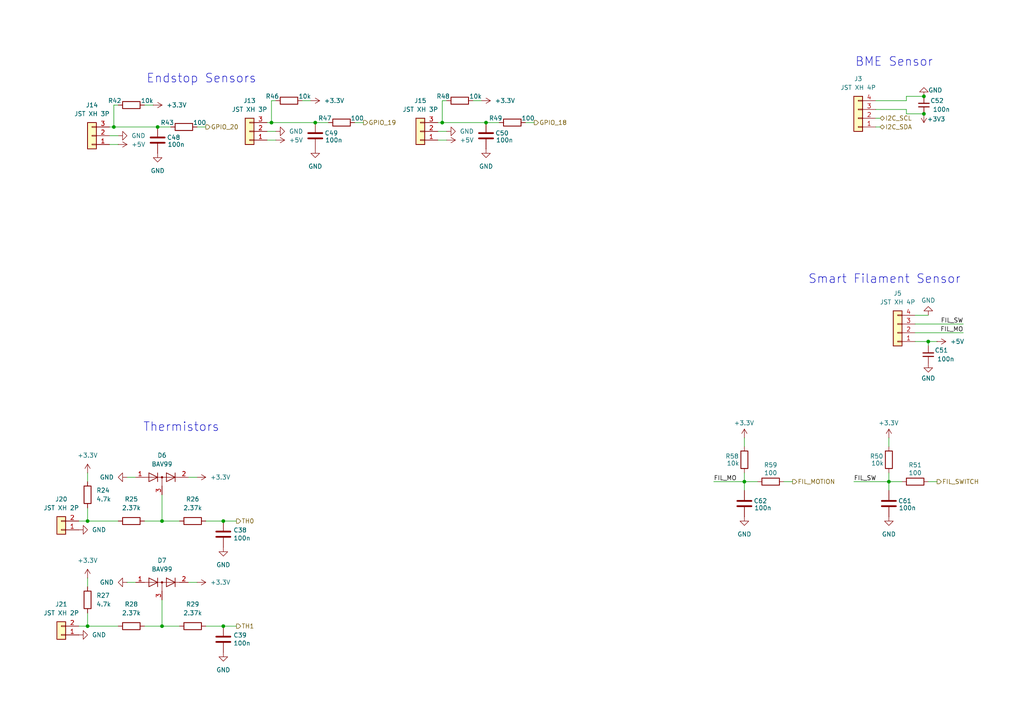
<source format=kicad_sch>
(kicad_sch (version 20250114) (generator "eeschema") (generator_version "9.0")
  (paper "A4")
  (lib_symbols
    (symbol "Connector_Generic:Conn_01x02" (pin_names (offset 1.016) (hide yes))
      (property "Reference" "J" (at 0 2.54 0))
      (property "Value" "Conn_01x02" (at 0 -5.08 0))
      (symbol "Conn_01x02_1_1"
        (rectangle (start -1.27 1.27) (end 1.27 -3.81) (stroke (width 0.254)) (fill (type background)))
        (rectangle (start -1.27 0.127) (end 0 -0.127) (stroke (width 0.1524)))
        (rectangle (start -1.27 -2.413) (end 0 -2.667) (stroke (width 0.1524)))
        (pin passive line (at -5.08 0 0) (length 3.81) (name "Pin_1") (number "1"))
        (pin passive line (at -5.08 -2.54 0) (length 3.81) (name "Pin_2") (number "2"))
      )
    )
    (symbol "Connector_Generic:Conn_01x03" (pin_names (offset 1.016) (hide yes))
      (property "Reference" "J" (at 0 5.08 0))
      (property "Value" "Conn_01x03" (at 0 -5.08 0))
      (symbol "Conn_01x03_1_1"
        (rectangle (start -1.27 3.81) (end 1.27 -3.81) (stroke (width 0.254)) (fill (type background)))
        (rectangle (start -1.27 2.667) (end 0 2.413) (stroke (width 0.1524)))
        (rectangle (start -1.27 0.127) (end 0 -0.127) (stroke (width 0.1524)))
        (rectangle (start -1.27 -2.413) (end 0 -2.667) (stroke (width 0.1524)))
        (pin passive line (at -5.08 2.54 0) (length 3.81) (name "Pin_1") (number "1"))
        (pin passive line (at -5.08 0 0) (length 3.81) (name "Pin_2") (number "2"))
        (pin passive line (at -5.08 -2.54 0) (length 3.81) (name "Pin_3") (number "3"))
      )
    )
    (symbol "Connector_Generic:Conn_01x04" (pin_names (offset 1.016) (hide yes))
      (property "Reference" "J" (at 0 5.08 0))
      (property "Value" "Conn_01x04" (at 0 -7.62 0))
      (symbol "Conn_01x04_1_1"
        (rectangle (start -1.27 3.81) (end 1.27 -6.35) (stroke (width 0.254)) (fill (type background)))
        (rectangle (start -1.27 2.667) (end 0 2.413) (stroke (width 0.1524)))
        (rectangle (start -1.27 0.127) (end 0 -0.127) (stroke (width 0.1524)))
        (rectangle (start -1.27 -2.413) (end 0 -2.667) (stroke (width 0.1524)))
        (rectangle (start -1.27 -4.953) (end 0 -5.207) (stroke (width 0.1524)))
        (pin passive line (at -5.08 2.54 0) (length 3.81) (name "Pin_1") (number "1"))
        (pin passive line (at -5.08 0 0) (length 3.81) (name "Pin_2") (number "2"))
        (pin passive line (at -5.08 -2.54 0) (length 3.81) (name "Pin_3") (number "3"))
        (pin passive line (at -5.08 -5.08 0) (length 3.81) (name "Pin_4") (number "4"))
      )
    )
    (symbol "Device:C" (pin_numbers (hide yes)) (pin_names (offset 0.254))
      (property "Reference" "C" (at 0.635 2.54 0))
      (property "Value" "C" (at 0.635 -2.54 0))
      (symbol "C_0_1"
        (polyline (pts (xy -2.032 0.762) (xy 2.032 0.762)) (stroke (width 0.508)))
        (polyline (pts (xy -2.032 -0.762) (xy 2.032 -0.762)) (stroke (width 0.508)))
      )
      (symbol "C_1_1"
        (pin passive line (at 0 3.81 270) (length 2.794) (name "~") (number "1"))
        (pin passive line (at 0 -3.81 90) (length 2.794) (name "~") (number "2"))
      )
    )
    (symbol "Device:C_Small" (pin_numbers (hide yes)) (pin_names (offset 0.254) (hide yes))
      (property "Reference" "C" (at 0.254 1.778 0))
      (property "Value" "C_Small" (at 0.254 -2.032 0))
      (symbol "C_Small_0_1"
        (polyline (pts (xy -1.524 0.508) (xy 1.524 0.508)) (stroke (width 0.3048)))
        (polyline (pts (xy -1.524 -0.508) (xy 1.524 -0.508)) (stroke (width 0.3302)))
      )
      (symbol "C_Small_1_1"
        (pin passive line (at 0 2.54 270) (length 2.032) (name "~") (number "1"))
        (pin passive line (at 0 -2.54 90) (length 2.032) (name "~") (number "2"))
      )
    )
    (symbol "Device:R" (pin_numbers (hide yes)) (pin_names (offset 0))
      (property "Reference" "R" (at 2.032 0 90))
      (property "Value" "R" (at 0 0 90))
      (symbol "R_0_1"
        (rectangle (start -1.016 -2.54) (end 1.016 2.54) (stroke (width 0.254)))
      )
      (symbol "R_1_1"
        (pin passive line (at 0 3.81 270) (length 1.27) (name "~") (number "1"))
        (pin passive line (at 0 -3.81 90) (length 1.27) (name "~") (number "2"))
      )
    )
    (symbol "Diode:BAV99" (pin_names (hide yes))
      (property "Reference" "D" (at 0 5.08 0))
      (property "Value" "BAV99" (at 0 2.54 0))
      (symbol "BAV99_0_1"
        (polyline (pts (xy -5.08 0) (xy 5.08 0)))
      )
      (symbol "BAV99_1_1"
        (polyline (pts (xy -3.81 1.27) (xy -1.27 0) (xy -3.81 -1.27) (xy -3.81 1.27) (xy -3.81 1.27) (xy -3.81 1.27)) (stroke (width 0.2032)))
        (polyline (pts (xy -1.27 -1.27) (xy -1.27 1.27) (xy -1.27 1.27)) (stroke (width 0.2032)))
        (polyline (pts (xy 0 0) (xy 0 -2.54)))
        (circle (center 0 0) (radius 0.254) (fill (type outline)))
        (polyline (pts (xy 1.27 1.27) (xy 3.81 0) (xy 1.27 -1.27) (xy 1.27 1.27) (xy 1.27 1.27) (xy 1.27 1.27)) (stroke (width 0.2032)))
        (polyline (pts (xy 3.81 1.27) (xy 3.81 -1.27) (xy 3.81 -1.27)) (stroke (width 0.2032)))
        (pin passive line (at -7.62 0 0) (length 2.54) (name "K") (number "1"))
        (pin passive line (at 0 -5.08 90) (length 2.54) (name "K") (number "3"))
        (pin passive line (at 7.62 0 180) (length 2.54) (name "A") (number "2"))
      )
    )
    (symbol "power:+3.3V" (power) (pin_numbers (hide yes)) (pin_names (offset 0) (hide yes))
      (property "Value" "+3.3V" (at 0 3.556 0))
      (symbol "+3.3V_0_1"
        (polyline (pts (xy -0.762 1.27) (xy 0 2.54)))
        (polyline (pts (xy 0 2.54) (xy 0.762 1.27)))
        (polyline (pts (xy 0 0) (xy 0 2.54)))
      )
      (symbol "+3.3V_1_1"
        (pin power_in line (at 0 0 90) (length 0) (name "~") (number "1"))
      )
    )
    (symbol "power:+3V3" (power) (pin_numbers (hide yes)) (pin_names (offset 0) (hide yes))
      (property "Value" "+3V3" (at 0 3.556 0))
      (symbol "+3V3_0_1"
        (polyline (pts (xy -0.762 1.27) (xy 0 2.54)))
        (polyline (pts (xy 0 2.54) (xy 0.762 1.27)))
        (polyline (pts (xy 0 0) (xy 0 2.54)))
      )
      (symbol "+3V3_1_1"
        (pin power_in line (at 0 0 90) (length 0) (name "~") (number "1"))
      )
    )
    (symbol "power:+5V" (power) (pin_numbers (hide yes)) (pin_names (offset 0) (hide yes))
      (property "Value" "+5V" (at 0 3.556 0))
      (symbol "+5V_0_1"
        (polyline (pts (xy -0.762 1.27) (xy 0 2.54)))
        (polyline (pts (xy 0 2.54) (xy 0.762 1.27)))
        (polyline (pts (xy 0 0) (xy 0 2.54)))
      )
      (symbol "+5V_1_1"
        (pin power_in line (at 0 0 90) (length 0) (name "~") (number "1"))
      )
    )
    (symbol "power:GND" (power) (pin_numbers (hide yes)) (pin_names (offset 0) (hide yes))
      (property "Value" "GND" (at 0 -3.81 0))
      (symbol "GND_0_1"
        (polyline (pts (xy 0 0) (xy 0 -1.27) (xy 1.27 -1.27) (xy 0 -2.54) (xy -1.27 -1.27) (xy 0 -1.27)))
      )
      (symbol "GND_1_1"
        (pin power_in line (at 0 0 270) (length 0) (name "~") (number "1"))
      )
    )
  )
  (text "Thermistors\n" (at 52.578 123.952 0) (effects (font (size 2.54 2.54))))
  (text "Endstop Sensors" (at 58.42 22.86 0) (effects (font (size 2.54 2.54))))
  (text "BME Sensor" (at 259.334 18.034 0) (effects (font (size 2.54 2.54))))
  (text "Smart Filament Sensor" (at 256.54 81.026 0) (effects (font (size 2.54 2.54))))
  (junction (at 46.99 181.61))
  (junction (at 25.4 151.13))
  (junction (at 25.4 181.61))
  (junction (at 78.74 35.56))
  (junction (at 140.97 35.56))
  (junction (at 64.77 181.61))
  (junction (at 128.27 35.56))
  (junction (at 269.24 99.06))
  (junction (at 267.97 27.94))
  (junction (at 257.81 139.7))
  (junction (at 91.44 35.56))
  (junction (at 215.9 139.7))
  (junction (at 45.72 36.83))
  (junction (at 46.99 151.13))
  (junction (at 64.77 151.13))
  (junction (at 267.97 33.02))
  (junction (at 33.02 36.83))
  (wire (pts (xy 25.4 177.8) (xy 25.4 181.61)))
  (wire (pts (xy 57.15 36.83) (xy 59.69 36.83)))
  (wire (pts (xy 140.97 35.56) (xy 144.78 35.56)))
  (wire (pts (xy 139.7 29.21) (xy 137.16 29.21)))
  (wire (pts (xy 265.43 99.06) (xy 269.24 99.06)))
  (wire (pts (xy 25.4 137.16) (xy 25.4 139.7)))
  (wire (pts (xy 33.02 30.48) (xy 33.02 36.83)))
  (wire (pts (xy 64.77 181.61) (xy 68.58 181.61)))
  (wire (pts (xy 215.9 139.7) (xy 219.71 139.7)))
  (wire (pts (xy 262.89 29.21) (xy 254 29.21)))
  (wire (pts (xy 45.72 36.83) (xy 49.53 36.83)))
  (wire (pts (xy 64.77 151.13) (xy 68.58 151.13)))
  (wire (pts (xy 257.81 139.7) (xy 257.81 142.24)))
  (wire (pts (xy 128.27 29.21) (xy 128.27 35.56)))
  (wire (pts (xy 265.43 93.98) (xy 279.4 93.98)))
  (wire (pts (xy 54.61 168.91) (xy 57.15 168.91)))
  (wire (pts (xy 31.75 39.37) (xy 34.29 39.37)))
  (wire (pts (xy 22.86 151.13) (xy 25.4 151.13)))
  (wire (pts (xy 269.24 99.06) (xy 269.24 100.33)))
  (wire (pts (xy 227.33 139.7) (xy 229.87 139.7)))
  (wire (pts (xy 129.54 29.21) (xy 128.27 29.21)))
  (wire (pts (xy 25.4 151.13) (xy 34.29 151.13)))
  (wire (pts (xy 31.75 36.83) (xy 33.02 36.83)))
  (wire (pts (xy 257.81 137.16) (xy 257.81 139.7)))
  (wire (pts (xy 127 38.1) (xy 129.54 38.1)))
  (wire (pts (xy 215.9 139.7) (xy 215.9 142.24)))
  (wire (pts (xy 80.01 29.21) (xy 78.74 29.21)))
  (wire (pts (xy 46.99 181.61) (xy 52.07 181.61)))
  (wire (pts (xy 90.17 29.21) (xy 87.63 29.21)))
  (wire (pts (xy 262.89 33.02) (xy 267.97 33.02)))
  (wire (pts (xy 41.91 151.13) (xy 46.99 151.13)))
  (wire (pts (xy 77.47 40.64) (xy 80.01 40.64)))
  (wire (pts (xy 152.4 35.56) (xy 154.94 35.56)))
  (wire (pts (xy 267.97 27.94) (xy 262.89 27.94)))
  (wire (pts (xy 46.99 181.61) (xy 46.99 173.99)))
  (wire (pts (xy 269.24 139.7) (xy 271.78 139.7)))
  (wire (pts (xy 215.9 137.16) (xy 215.9 139.7)))
  (wire (pts (xy 127 40.64) (xy 129.54 40.64)))
  (wire (pts (xy 36.83 168.91) (xy 39.37 168.91)))
  (wire (pts (xy 46.99 151.13) (xy 46.99 143.51)))
  (wire (pts (xy 77.47 38.1) (xy 80.01 38.1)))
  (wire (pts (xy 59.69 181.61) (xy 64.77 181.61)))
  (wire (pts (xy 254 31.75) (xy 262.89 31.75)))
  (wire (pts (xy 127 35.56) (xy 128.27 35.56)))
  (wire (pts (xy 59.69 151.13) (xy 64.77 151.13)))
  (wire (pts (xy 41.91 181.61) (xy 46.99 181.61)))
  (wire (pts (xy 262.89 27.94) (xy 262.89 29.21)))
  (wire (pts (xy 207.01 139.7) (xy 215.9 139.7)))
  (wire (pts (xy 25.4 181.61) (xy 34.29 181.61)))
  (wire (pts (xy 91.44 35.56) (xy 95.25 35.56)))
  (wire (pts (xy 34.29 30.48) (xy 33.02 30.48)))
  (wire (pts (xy 36.83 138.43) (xy 39.37 138.43)))
  (wire (pts (xy 102.87 35.56) (xy 105.41 35.56)))
  (wire (pts (xy 265.43 91.44) (xy 269.24 91.44)))
  (wire (pts (xy 54.61 138.43) (xy 57.15 138.43)))
  (wire (pts (xy 25.4 167.64) (xy 25.4 170.18)))
  (wire (pts (xy 254 34.29) (xy 255.27 34.29)))
  (wire (pts (xy 33.02 36.83) (xy 45.72 36.83)))
  (wire (pts (xy 257.81 139.7) (xy 261.62 139.7)))
  (wire (pts (xy 44.45 30.48) (xy 41.91 30.48)))
  (wire (pts (xy 77.47 35.56) (xy 78.74 35.56)))
  (wire (pts (xy 265.43 96.52) (xy 279.4 96.52)))
  (wire (pts (xy 269.24 99.06) (xy 271.78 99.06)))
  (wire (pts (xy 78.74 35.56) (xy 91.44 35.56)))
  (wire (pts (xy 25.4 147.32) (xy 25.4 151.13)))
  (wire (pts (xy 247.65 139.7) (xy 257.81 139.7)))
  (wire (pts (xy 128.27 35.56) (xy 140.97 35.56)))
  (wire (pts (xy 31.75 41.91) (xy 34.29 41.91)))
  (wire (pts (xy 22.86 181.61) (xy 25.4 181.61)))
  (wire (pts (xy 78.74 29.21) (xy 78.74 35.56)))
  (wire (pts (xy 254 36.83) (xy 255.27 36.83)))
  (wire (pts (xy 46.99 151.13) (xy 52.07 151.13)))
  (wire (pts (xy 262.89 31.75) (xy 262.89 33.02)))
  (wire (pts (xy 215.9 127) (xy 215.9 129.54)))
  (wire (pts (xy 257.81 127) (xy 257.81 129.54)))
  (label "FIL_SW" (at 279.4 93.98 180))
  (label "FIL_MO" (at 207.01 139.7 0))
  (label "FIL_SW" (at 247.65 139.7 0))
  (label "FIL_MO" (at 279.4 96.52 180))
  (hierarchical_label "GPIO_20" (shape output) (at 59.69 36.83 0))
  (hierarchical_label "TH0" (shape output) (at 68.58 151.13 0))
  (hierarchical_label "FIL_MOTION" (shape output) (at 229.87 139.7 0))
  (hierarchical_label "FIL_SWITCH" (shape output) (at 271.78 139.7 0))
  (hierarchical_label "GPIO_18" (shape output) (at 154.94 35.56 0))
  (hierarchical_label "TH1" (shape output) (at 68.58 181.61 0))
  (hierarchical_label "GPIO_19" (shape output) (at 105.41 35.56 0))
  (hierarchical_label "I2C_SDA" (shape bidirectional) (at 255.27 36.83 0))
  (hierarchical_label "I2C_SCL" (shape bidirectional) (at 255.27 34.29 0))
  (symbol (lib_id "power:+3.3V") (at 257.81 127 0) (unit 1)
    (property "Reference" "#PWR0127" (effects (hide yes)))
    (property "Value" "+3.3V" (at 254.762 122.682 0) (effects (justify left)))
    (property "Description" "Power symbol creates a global label with name \"+3.3V\"" (effects (hide yes)))
  )
  (symbol (lib_id "power:+5V") (at 80.01 40.64 270) (unit 1)
    (property "Reference" "#PWR0117" (effects (hide yes)))
    (property "Value" "+5V" (at 83.82 40.6399 90) (effects (justify left)))
    (property "Description" "Power symbol creates a global label with name \"+5V\"" (effects (hide yes)))
  )
  (symbol (lib_id "Device:C") (at 91.44 39.37 180) (unit 1)
    (property "Reference" "C49" (at 98.044 38.608 0) (effects (justify left)))
    (property "Value" "100n" (at 99.314 40.64 0) (effects (justify left)))
    (property "Footprint" "Capacitor_SMD:C_0402_1005Metric" (effects (hide yes)))
  )
  (symbol (lib_id "Device:C") (at 215.9 146.05 180) (unit 1)
    (property "Reference" "C62" (at 222.504 145.288 0) (effects (justify left)))
    (property "Value" "100n" (at 223.774 147.32 0) (effects (justify left)))
    (property "Footprint" "Capacitor_SMD:C_0402_1005Metric" (effects (hide yes)))
  )
  (symbol (lib_id "Device:R") (at 265.43 139.7 270) (unit 1)
    (property "Reference" "R51" (at 265.43 134.874 90))
    (property "Value" "100" (at 265.43 137.16 90))
    (property "Footprint" "Resistor_SMD:R_0402_1005Metric" (effects (hide yes)))
    (property "Description" "Resistor" (effects (hide yes)))
  )
  (symbol (lib_id "Device:R") (at 133.35 29.21 270) (unit 1)
    (property "Reference" "R48" (at 128.524 27.94 90))
    (property "Value" "10k" (at 137.922 27.94 90))
    (property "Footprint" "Resistor_SMD:R_0402_1005Metric" (effects (hide yes)))
    (property "Description" "Resistor" (effects (hide yes)))
  )
  (symbol (lib_id "power:+3.3V") (at 90.17 29.21 270) (unit 1)
    (property "Reference" "#PWR0118" (effects (hide yes)))
    (property "Value" "+3.3V" (at 93.98 29.2099 90) (effects (justify left)))
    (property "Description" "Power symbol creates a global label with name \"+3.3V\"" (effects (hide yes)))
  )
  (symbol (lib_id "Device:R") (at 223.52 139.7 270) (unit 1)
    (property "Reference" "R59" (at 223.52 134.874 90))
    (property "Value" "100" (at 223.52 137.16 90))
    (property "Footprint" "Resistor_SMD:R_0402_1005Metric" (effects (hide yes)))
    (property "Description" "Resistor" (effects (hide yes)))
  )
  (symbol (lib_id "Device:C") (at 257.81 146.05 180) (unit 1)
    (property "Reference" "C61" (at 264.414 145.288 0) (effects (justify left)))
    (property "Value" "100n" (at 265.684 147.32 0) (effects (justify left)))
    (property "Footprint" "Capacitor_SMD:C_0402_1005Metric" (effects (hide yes)))
  )
  (symbol (lib_id "Connector_Generic:Conn_01x04") (at 260.35 96.52 180) (unit 1)
    (property "Reference" "J5" (at 260.35 85.09 0))
    (property "Value" "JST XH 4P" (at 260.35 87.63 0))
    (property "Footprint" "Connector_JST:JST_XH_S4B-XH-A_1x04_P2.50mm_Horizontal" (effects (hide yes)))
    (property "Description" "Generic connector, single row, 01x04, script generated (kicad-library-utils/schlib/autogen/connector/)" (effects (hide yes)))
  )
  (symbol (lib_id "Connector_Generic:Conn_01x03") (at 121.92 38.1 180) (unit 1)
    (property "Reference" "J15" (at 121.92 29.21 0))
    (property "Value" "JST XH 3P" (at 121.92 31.75 0))
    (property "Footprint" "Connector_JST:JST_XH_S3B-XH-A_1x03_P2.50mm_Horizontal" (effects (hide yes)))
    (property "Description" "Generic connector, single row, 01x03, script generated (kicad-library-utils/schlib/autogen/connector/)" (effects (hide yes)))
  )
  (symbol (lib_id "power:GND") (at 269.24 91.44 180) (unit 1)
    (property "Reference" "#PWR0124" (effects (hide yes)))
    (property "Value" "GND" (at 269.24 87.122 0))
    (property "Description" "Power symbol creates a global label with name \"GND\" , ground" (effects (hide yes)))
  )
  (symbol (lib_id "power:GND") (at 80.01 38.1 90) (unit 1)
    (property "Reference" "#PWR0116" (effects (hide yes)))
    (property "Value" "GND" (at 83.82 38.0999 90) (effects (justify right)))
    (property "Description" "Power symbol creates a global label with name \"GND\" , ground" (effects (hide yes)))
  )
  (symbol (lib_id "Device:R") (at 99.06 35.56 270) (unit 1)
    (property "Reference" "R47" (at 94.234 34.29 90))
    (property "Value" "100" (at 103.632 34.29 90))
    (property "Footprint" "Resistor_SMD:R_0402_1005Metric" (effects (hide yes)))
    (property "Description" "Resistor" (effects (hide yes)))
  )
  (symbol (lib_id "power:+3.3V") (at 215.9 127 0) (unit 1)
    (property "Reference" "#PWR0157" (effects (hide yes)))
    (property "Value" "+3.3V" (at 212.852 122.682 0) (effects (justify left)))
    (property "Description" "Power symbol creates a global label with name \"+3.3V\"" (effects (hide yes)))
  )
  (symbol (lib_id "power:+3.3V") (at 139.7 29.21 270) (unit 1)
    (property "Reference" "#PWR0122" (effects (hide yes)))
    (property "Value" "+3.3V" (at 143.51 29.2099 90) (effects (justify left)))
    (property "Description" "Power symbol creates a global label with name \"+3.3V\"" (effects (hide yes)))
  )
  (symbol (lib_id "Device:R") (at 38.1 181.61 90) (unit 1)
    (property "Reference" "R28" (at 38.1 175.26 90))
    (property "Value" "2.37k" (at 38.1 177.8 90))
    (property "Footprint" "Resistor_SMD:R_0402_1005Metric" (effects (hide yes)))
    (property "Description" "Resistor" (effects (hide yes)))
  )
  (symbol (lib_id "Connector_Generic:Conn_01x02") (at 17.78 153.67 180) (unit 1)
    (property "Reference" "J20" (at 17.78 144.78 0))
    (property "Value" "JST XH 2P" (at 17.78 147.32 0))
    (property "Footprint" "Connector_JST:JST_XH_S2B-XH-A_1x02_P2.50mm_Horizontal" (effects (hide yes)))
    (property "Description" "Generic connector, single row, 01x02, script generated (kicad-library-utils/schlib/autogen/connector/)" (effects (hide yes)))
  )
  (symbol (lib_id "Device:R") (at 55.88 151.13 90) (unit 1)
    (property "Reference" "R26" (at 55.88 144.78 90))
    (property "Value" "2.37k" (at 55.88 147.32 90))
    (property "Footprint" "Resistor_SMD:R_0402_1005Metric" (effects (hide yes)))
    (property "Description" "Resistor" (effects (hide yes)))
  )
  (symbol (lib_id "power:+3.3V") (at 57.15 168.91 270) (unit 1)
    (property "Reference" "#PWR067" (effects (hide yes)))
    (property "Value" "+3.3V" (at 60.96 168.9099 90) (effects (justify left)))
    (property "Description" "Power symbol creates a global label with name \"+3.3V\"" (effects (hide yes)))
  )
  (symbol (lib_id "Device:R") (at 55.88 181.61 90) (unit 1)
    (property "Reference" "R29" (at 55.88 175.26 90))
    (property "Value" "2.37k" (at 55.88 177.8 90))
    (property "Footprint" "Resistor_SMD:R_0402_1005Metric" (effects (hide yes)))
    (property "Description" "Resistor" (effects (hide yes)))
  )
  (symbol (lib_id "Connector_Generic:Conn_01x02") (at 17.78 184.15 180) (unit 1)
    (property "Reference" "J21" (at 17.78 175.26 0))
    (property "Value" "JST XH 2P" (at 17.78 177.8 0))
    (property "Footprint" "Connector_JST:JST_XH_S2B-XH-A_1x02_P2.50mm_Horizontal" (effects (hide yes)))
    (property "Description" "Generic connector, single row, 01x02, script generated (kicad-library-utils/schlib/autogen/connector/)" (effects (hide yes)))
  )
  (symbol (lib_id "Diode:BAV99") (at 46.99 138.43 0) (unit 1)
    (property "Reference" "D6" (at 46.99 132.08 0))
    (property "Value" "BAV99" (at 46.99 134.62 0))
    (property "Footprint" "Package_TO_SOT_SMD:SOT-23" (effects (hide yes)))
    (property "Datasheet" "https://assets.nexperia.com/documents/data-sheet/BAV99_SER.pdf" (effects (hide yes)))
    (property "Description" "BAV99 High-speed switching diodes, SOT-23" (effects (hide yes)))
  )
  (symbol (lib_id "power:+5V") (at 271.78 99.06 270) (unit 1)
    (property "Reference" "#PWR0126" (effects (hide yes)))
    (property "Value" "+5V" (at 275.59 99.0599 90) (effects (justify left)))
    (property "Description" "Power symbol creates a global label with name \"+5V\"" (effects (hide yes)))
  )
  (symbol (lib_id "power:GND") (at 34.29 39.37 90) (unit 1)
    (property "Reference" "#PWR0113" (effects (hide yes)))
    (property "Value" "GND" (at 38.1 39.3699 90) (effects (justify right)))
    (property "Description" "Power symbol creates a global label with name \"GND\" , ground" (effects (hide yes)))
  )
  (symbol (lib_id "power:+3.3V") (at 25.4 167.64 0) (unit 1)
    (property "Reference" "#PWR065" (effects (hide yes)))
    (property "Value" "+3.3V" (at 25.4 162.56 0))
    (property "Description" "Power symbol creates a global label with name \"+3.3V\"" (effects (hide yes)))
  )
  (symbol (lib_id "Connector_Generic:Conn_01x04") (at 248.92 34.29 180) (unit 1)
    (property "Reference" "J3" (at 248.92 22.86 0))
    (property "Value" "JST XH 4P" (at 248.92 25.4 0))
    (property "Footprint" "Connector_JST:JST_XH_S4B-XH-A_1x04_P2.50mm_Horizontal" (effects (hide yes)))
    (property "Description" "Generic connector, single row, 01x04, script generated (kicad-library-utils/schlib/autogen/connector/)" (effects (hide yes)))
  )
  (symbol (lib_id "Device:C") (at 45.72 40.64 180) (unit 1)
    (property "Reference" "C48" (at 52.324 39.878 0) (effects (justify left)))
    (property "Value" "100n" (at 53.594 41.91 0) (effects (justify left)))
    (property "Footprint" "Capacitor_SMD:C_0402_1005Metric" (effects (hide yes)))
  )
  (symbol (lib_id "power:+3V3") (at 267.97 33.02 180) (unit 1)
    (property "Reference" "#PWR0129" (effects (hide yes)))
    (property "Value" "+3V3" (at 271.526 34.544 0))
    (property "Description" "Power symbol creates a global label with name \"+3V3\"" (effects (hide yes)))
  )
  (symbol (lib_id "Device:R") (at 148.59 35.56 270) (unit 1)
    (property "Reference" "R49" (at 143.764 34.29 90))
    (property "Value" "100" (at 153.162 34.29 90))
    (property "Footprint" "Resistor_SMD:R_0402_1005Metric" (effects (hide yes)))
    (property "Description" "Resistor" (effects (hide yes)))
  )
  (symbol (lib_id "Device:R") (at 38.1 30.48 270) (unit 1)
    (property "Reference" "R42" (at 33.274 29.21 90))
    (property "Value" "10k" (at 42.672 29.21 90))
    (property "Footprint" "Resistor_SMD:R_0402_1005Metric" (effects (hide yes)))
    (property "Description" "Resistor" (effects (hide yes)))
  )
  (symbol (lib_id "Device:C_Small") (at 269.24 102.87 180) (unit 1)
    (property "Reference" "C51" (at 273.05 101.6 0))
    (property "Value" "100n" (at 274.32 104.14 0))
    (property "Footprint" "Capacitor_SMD:C_0402_1005Metric" (effects (hide yes)))
    (property "Description" "Unpolarized capacitor, small symbol" (effects (hide yes)))
  )
  (symbol (lib_id "power:GND") (at 215.9 149.86 0) (unit 1)
    (property "Reference" "#PWR0158" (effects (hide yes)))
    (property "Value" "GND" (at 215.9 154.94 0))
    (property "Description" "Power symbol creates a global label with name \"GND\" , ground" (effects (hide yes)))
  )
  (symbol (lib_id "Connector_Generic:Conn_01x03") (at 26.67 39.37 180) (unit 1)
    (property "Reference" "J14" (at 26.67 30.48 0))
    (property "Value" "JST XH 3P" (at 26.67 33.02 0))
    (property "Footprint" "Connector_JST:JST_XH_S3B-XH-A_1x03_P2.50mm_Horizontal" (effects (hide yes)))
    (property "Description" "Generic connector, single row, 01x03, script generated (kicad-library-utils/schlib/autogen/connector/)" (effects (hide yes)))
  )
  (symbol (lib_id "Device:C_Small") (at 267.97 30.48 180) (unit 1)
    (property "Reference" "C52" (at 271.78 29.21 0))
    (property "Value" "100n" (at 273.05 31.75 0))
    (property "Footprint" "Capacitor_SMD:C_0402_1005Metric" (effects (hide yes)))
    (property "Description" "Unpolarized capacitor, small symbol" (effects (hide yes)))
  )
  (symbol (lib_id "power:+3.3V") (at 44.45 30.48 270) (unit 1)
    (property "Reference" "#PWR0114" (effects (hide yes)))
    (property "Value" "+3.3V" (at 48.26 30.4799 90) (effects (justify left)))
    (property "Description" "Power symbol creates a global label with name \"+3.3V\"" (effects (hide yes)))
  )
  (symbol (lib_id "Device:C") (at 140.97 39.37 180) (unit 1)
    (property "Reference" "C50" (at 147.574 38.608 0) (effects (justify left)))
    (property "Value" "100n" (at 148.844 40.64 0) (effects (justify left)))
    (property "Footprint" "Capacitor_SMD:C_0402_1005Metric" (effects (hide yes)))
  )
  (symbol (lib_id "power:+5V") (at 129.54 40.64 270) (unit 1)
    (property "Reference" "#PWR0121" (effects (hide yes)))
    (property "Value" "+5V" (at 133.35 40.6399 90) (effects (justify left)))
    (property "Description" "Power symbol creates a global label with name \"+5V\"" (effects (hide yes)))
  )
  (symbol (lib_id "power:GND") (at 22.86 184.15 90) (unit 1)
    (property "Reference" "#PWR064" (effects (hide yes)))
    (property "Value" "GND" (at 26.67 184.1499 90) (effects (justify right)))
    (property "Description" "Power symbol creates a global label with name \"GND\" , ground" (effects (hide yes)))
  )
  (symbol (lib_id "Device:C") (at 64.77 185.42 0) (unit 1)
    (property "Reference" "C39" (at 67.691 184.2516 0) (effects (justify left)))
    (property "Value" "100n" (at 67.691 186.563 0) (effects (justify left)))
    (property "Footprint" "Capacitor_SMD:C_0402_1005Metric" (effects (hide yes)))
  )
  (symbol (lib_id "power:+5V") (at 34.29 41.91 270) (unit 1)
    (property "Reference" "#PWR0112" (effects (hide yes)))
    (property "Value" "+5V" (at 38.1 41.9099 90) (effects (justify left)))
    (property "Description" "Power symbol creates a global label with name \"+5V\"" (effects (hide yes)))
  )
  (symbol (lib_id "power:GND") (at 22.86 153.67 90) (unit 1)
    (property "Reference" "#PWR062" (effects (hide yes)))
    (property "Value" "GND" (at 26.67 153.6699 90) (effects (justify right)))
    (property "Description" "Power symbol creates a global label with name \"GND\" , ground" (effects (hide yes)))
  )
  (symbol (lib_id "Device:R") (at 25.4 173.99 0) (unit 1)
    (property "Reference" "R27" (at 27.94 172.7199 0) (effects (justify left)))
    (property "Value" "4.7k" (at 27.94 175.2599 0) (effects (justify left)))
    (property "Footprint" "Resistor_SMD:R_0402_1005Metric" (effects (hide yes)))
    (property "Description" "Resistor" (effects (hide yes)))
  )
  (symbol (lib_id "Connector_Generic:Conn_01x03") (at 72.39 38.1 180) (unit 1)
    (property "Reference" "J13" (at 72.39 29.21 0))
    (property "Value" "JST XH 3P" (at 72.39 31.75 0))
    (property "Footprint" "Connector_JST:JST_XH_S3B-XH-A_1x03_P2.50mm_Horizontal" (effects (hide yes)))
    (property "Description" "Generic connector, single row, 01x03, script generated (kicad-library-utils/schlib/autogen/connector/)" (effects (hide yes)))
  )
  (symbol (lib_id "Diode:BAV99") (at 46.99 168.91 0) (unit 1)
    (property "Reference" "D7" (at 46.99 162.56 0))
    (property "Value" "BAV99" (at 46.99 165.1 0))
    (property "Footprint" "Package_TO_SOT_SMD:SOT-23" (effects (hide yes)))
    (property "Datasheet" "https://assets.nexperia.com/documents/data-sheet/BAV99_SER.pdf" (effects (hide yes)))
    (property "Description" "BAV99 High-speed switching diodes, SOT-23" (effects (hide yes)))
  )
  (symbol (lib_id "power:GND") (at 45.72 44.45 0) (unit 1)
    (property "Reference" "#PWR0115" (effects (hide yes)))
    (property "Value" "GND" (at 45.72 49.53 0))
    (property "Description" "Power symbol creates a global label with name \"GND\" , ground" (effects (hide yes)))
  )
  (symbol (lib_id "power:GND") (at 64.77 158.75 0) (unit 1)
    (property "Reference" "#PWR063" (effects (hide yes)))
    (property "Value" "GND" (at 64.77 163.83 0))
    (property "Description" "Power symbol creates a global label with name \"GND\" , ground" (effects (hide yes)))
  )
  (symbol (lib_id "power:+3.3V") (at 25.4 137.16 0) (unit 1)
    (property "Reference" "#PWR059" (effects (hide yes)))
    (property "Value" "+3.3V" (at 25.4 132.08 0))
    (property "Description" "Power symbol creates a global label with name \"+3.3V\"" (effects (hide yes)))
  )
  (symbol (lib_id "power:+3.3V") (at 57.15 138.43 270) (unit 1)
    (property "Reference" "#PWR060" (effects (hide yes)))
    (property "Value" "+3.3V" (at 60.96 138.4299 90) (effects (justify left)))
    (property "Description" "Power symbol creates a global label with name \"+3.3V\"" (effects (hide yes)))
  )
  (symbol (lib_id "power:GND") (at 129.54 38.1 90) (unit 1)
    (property "Reference" "#PWR0120" (effects (hide yes)))
    (property "Value" "GND" (at 133.35 38.0999 90) (effects (justify right)))
    (property "Description" "Power symbol creates a global label with name \"GND\" , ground" (effects (hide yes)))
  )
  (symbol (lib_id "Device:R") (at 53.34 36.83 270) (unit 1)
    (property "Reference" "R43" (at 48.514 35.56 90))
    (property "Value" "100" (at 57.912 35.56 90))
    (property "Footprint" "Resistor_SMD:R_0402_1005Metric" (effects (hide yes)))
    (property "Description" "Resistor" (effects (hide yes)))
  )
  (symbol (lib_id "power:GND") (at 267.97 27.94 180) (unit 1)
    (property "Reference" "#PWR0128" (effects (hide yes)))
    (property "Value" "GND" (at 271.272 26.162 0))
    (property "Description" "Power symbol creates a global label with name \"GND\" , ground" (effects (hide yes)))
  )
  (symbol (lib_id "Device:R") (at 38.1 151.13 90) (unit 1)
    (property "Reference" "R25" (at 38.1 144.78 90))
    (property "Value" "2.37k" (at 38.1 147.32 90))
    (property "Footprint" "Resistor_SMD:R_0402_1005Metric" (effects (hide yes)))
    (property "Description" "Resistor" (effects (hide yes)))
  )
  (symbol (lib_id "power:GND") (at 36.83 138.43 270) (unit 1)
    (property "Reference" "#PWR061" (effects (hide yes)))
    (property "Value" "GND" (at 33.02 138.4299 90) (effects (justify right)))
    (property "Description" "Power symbol creates a global label with name \"GND\" , ground" (effects (hide yes)))
  )
  (symbol (lib_id "Device:R") (at 83.82 29.21 270) (unit 1)
    (property "Reference" "R46" (at 78.994 27.94 90))
    (property "Value" "10k" (at 88.392 27.94 90))
    (property "Footprint" "Resistor_SMD:R_0402_1005Metric" (effects (hide yes)))
    (property "Description" "Resistor" (effects (hide yes)))
  )
  (symbol (lib_id "Device:C") (at 64.77 154.94 0) (unit 1)
    (property "Reference" "C38" (at 67.691 153.7716 0) (effects (justify left)))
    (property "Value" "100n" (at 67.691 156.083 0) (effects (justify left)))
    (property "Footprint" "Capacitor_SMD:C_0402_1005Metric" (effects (hide yes)))
  )
  (symbol (lib_id "Device:R") (at 25.4 143.51 0) (unit 1)
    (property "Reference" "R24" (at 27.94 142.2399 0) (effects (justify left)))
    (property "Value" "4.7k" (at 27.94 144.7799 0) (effects (justify left)))
    (property "Footprint" "Resistor_SMD:R_0402_1005Metric" (effects (hide yes)))
    (property "Description" "Resistor" (effects (hide yes)))
  )
  (symbol (lib_id "power:GND") (at 64.77 189.23 0) (unit 1)
    (property "Reference" "#PWR068" (effects (hide yes)))
    (property "Value" "GND" (at 64.77 194.31 0))
    (property "Description" "Power symbol creates a global label with name \"GND\" , ground" (effects (hide yes)))
  )
  (symbol (lib_id "power:GND") (at 257.81 149.86 0) (unit 1)
    (property "Reference" "#PWR0130" (effects (hide yes)))
    (property "Value" "GND" (at 257.81 154.94 0))
    (property "Description" "Power symbol creates a global label with name \"GND\" , ground" (effects (hide yes)))
  )
  (symbol (lib_id "power:GND") (at 91.44 43.18 0) (unit 1)
    (property "Reference" "#PWR0119" (effects (hide yes)))
    (property "Value" "GND" (at 91.44 48.26 0))
    (property "Description" "Power symbol creates a global label with name \"GND\" , ground" (effects (hide yes)))
  )
  (symbol (lib_id "Device:R") (at 215.9 133.35 0) (unit 1)
    (property "Reference" "R58" (at 212.344 132.334 0))
    (property "Value" "10k" (at 212.598 134.366 0))
    (property "Footprint" "Resistor_SMD:R_0402_1005Metric" (effects (hide yes)))
    (property "Description" "Resistor" (effects (hide yes)))
  )
  (symbol (lib_id "power:GND") (at 36.83 168.91 270) (unit 1)
    (property "Reference" "#PWR066" (effects (hide yes)))
    (property "Value" "GND" (at 33.02 168.9099 90) (effects (justify right)))
    (property "Description" "Power symbol creates a global label with name \"GND\" , ground" (effects (hide yes)))
  )
  (symbol (lib_id "power:GND") (at 269.24 105.41 0) (unit 1)
    (property "Reference" "#PWR0125" (effects (hide yes)))
    (property "Value" "GND" (at 269.24 109.728 0))
    (property "Description" "Power symbol creates a global label with name \"GND\" , ground" (effects (hide yes)))
  )
  (symbol (lib_id "power:GND") (at 140.97 43.18 0) (unit 1)
    (property "Reference" "#PWR0123" (effects (hide yes)))
    (property "Value" "GND" (at 140.97 48.26 0))
    (property "Description" "Power symbol creates a global label with name \"GND\" , ground" (effects (hide yes)))
  )
  (symbol (lib_id "Device:R") (at 257.81 133.35 0) (unit 1)
    (property "Reference" "R50" (at 254.254 132.334 0))
    (property "Value" "10k" (at 254.508 134.366 0))
    (property "Footprint" "Resistor_SMD:R_0402_1005Metric" (effects (hide yes)))
    (property "Description" "Resistor" (effects (hide yes)))
  )
)
</source>
